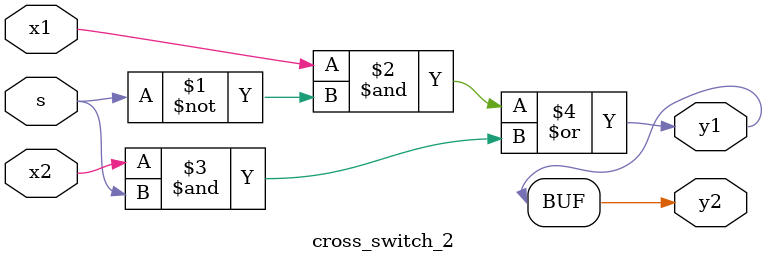
<source format=v>
module cross_switch_2(x1,x2,s,y1,y2);
    input x1,x2,s;
    output y1,y2;
    assign y1=((x1&~s)|(x2&s));
    assign y2=y1;
endmodule

</source>
